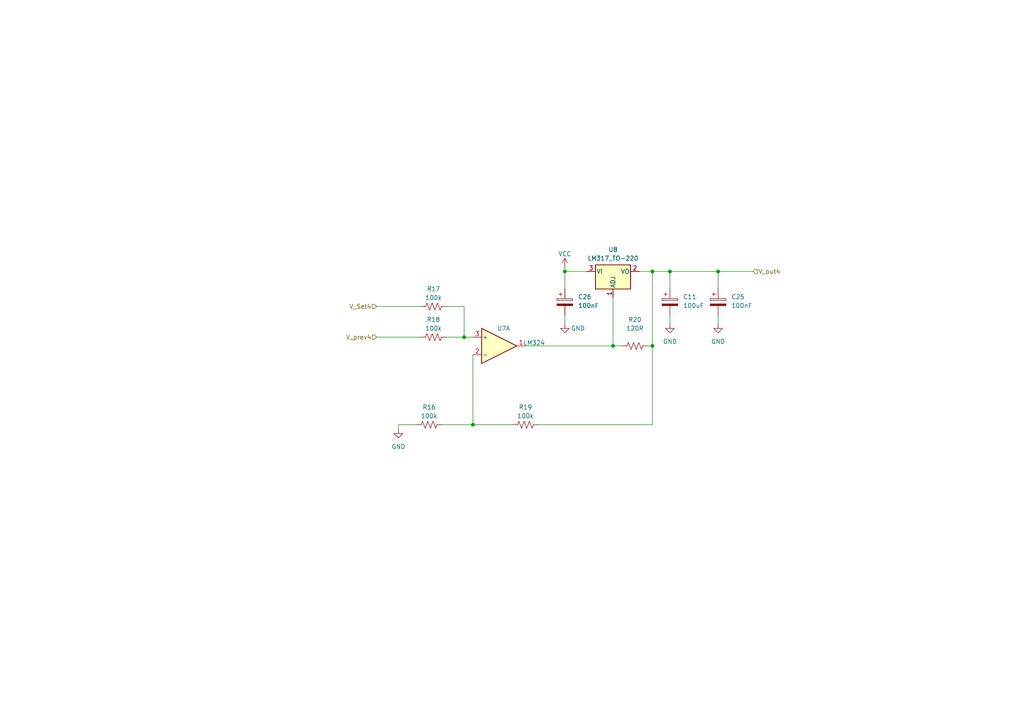
<source format=kicad_sch>
(kicad_sch (version 20231120) (generator "eeschema") (generator_version "8.0")
  (paper "A4")
  (title_block (company "Purdue ECET"))
  (lib_symbols
    (symbol "Amplifier_Operational:LM324" (pin_names (offset 0.127))
      (property "Reference" "U" (at 0 5.08 0))
      (property "Value" "LM324" (at 0 -5.08 0))
      (symbol "LM324_1_1"
        (polyline (pts (xy -5.08 5.08) (xy 5.08 0) (xy -5.08 -5.08) (xy -5.08 5.08)) (stroke (width 0.254)) (fill (type background)))
        (pin output line (at 7.62 0 180) (length 2.54) (name "~") (number "1"))
        (pin input line (at -7.62 -2.54 0) (length 2.54) (name "-") (number "2"))
        (pin input line (at -7.62 2.54 0) (length 2.54) (name "+") (number "3"))
      )
      (symbol "LM324_2_1"
        (polyline (pts (xy -5.08 5.08) (xy 5.08 0) (xy -5.08 -5.08) (xy -5.08 5.08)) (stroke (width 0.254)) (fill (type background)))
        (pin input line (at -7.62 2.54 0) (length 2.54) (name "+") (number "5"))
        (pin input line (at -7.62 -2.54 0) (length 2.54) (name "-") (number "6"))
        (pin output line (at 7.62 0 180) (length 2.54) (name "~") (number "7"))
      )
      (symbol "LM324_3_1"
        (polyline (pts (xy -5.08 5.08) (xy 5.08 0) (xy -5.08 -5.08) (xy -5.08 5.08)) (stroke (width 0.254)) (fill (type background)))
        (pin input line (at -7.62 2.54 0) (length 2.54) (name "+") (number "10"))
        (pin output line (at 7.62 0 180) (length 2.54) (name "~") (number "8"))
        (pin input line (at -7.62 -2.54 0) (length 2.54) (name "-") (number "9"))
      )
      (symbol "LM324_4_1"
        (polyline (pts (xy -5.08 5.08) (xy 5.08 0) (xy -5.08 -5.08) (xy -5.08 5.08)) (stroke (width 0.254)) (fill (type background)))
        (pin input line (at -7.62 2.54 0) (length 2.54) (name "+") (number "12"))
        (pin input line (at -7.62 -2.54 0) (length 2.54) (name "-") (number "13"))
        (pin output line (at 7.62 0 180) (length 2.54) (name "~") (number "14"))
      )
      (symbol "LM324_5_1"
        (pin power_in line (at -2.54 -7.62 90) (length 3.81) (name "V-") (number "11"))
        (pin power_in line (at -2.54 7.62 270) (length 3.81) (name "V+") (number "4"))
      )
    )
    (symbol "Device:C_Polarized" (pin_numbers hide) (pin_names (offset 0.254))
      (property "Reference" "C" (at 0.635 2.54 0))
      (property "Value" "C_Polarized" (at 0.635 -2.54 0))
      (symbol "C_Polarized_0_1"
        (rectangle (start -2.286 0.508) (end 2.286 1.016))
        (polyline (pts (xy -1.778 2.286) (xy -0.762 2.286)))
        (polyline (pts (xy -1.27 2.794) (xy -1.27 1.778)))
        (rectangle (start 2.286 -0.508) (end -2.286 -1.016) (fill (type outline)))
      )
      (symbol "C_Polarized_1_1"
        (pin passive line (at 0 3.81 270) (length 2.794) (name "~") (number "1"))
        (pin passive line (at 0 -3.81 90) (length 2.794) (name "~") (number "2"))
      )
    )
    (symbol "Device:R_US" (pin_numbers hide) (pin_names (offset 0))
      (property "Reference" "R" (at 2.54 0 90))
      (property "Value" "R_US" (at -2.54 0 90))
      (symbol "R_US_0_1"
        (polyline (pts (xy 0 -2.286) (xy 0 -2.54)))
        (polyline (pts (xy 0 2.286) (xy 0 2.54)))
        (polyline (pts (xy 0 -0.762) (xy 1.016 -1.143) (xy 0 -1.524) (xy -1.016 -1.905) (xy 0 -2.286)))
        (polyline (pts (xy 0 0.762) (xy 1.016 0.381) (xy 0 0) (xy -1.016 -0.381) (xy 0 -0.762)))
        (polyline (pts (xy 0 2.286) (xy 1.016 1.905) (xy 0 1.524) (xy -1.016 1.143) (xy 0 0.762)))
      )
      (symbol "R_US_1_1"
        (pin passive line (at 0 3.81 270) (length 1.27) (name "~") (number "1"))
        (pin passive line (at 0 -3.81 90) (length 1.27) (name "~") (number "2"))
      )
    )
    (symbol "Regulator_Linear:LM317_TO-220" (pin_names (offset 0.254))
      (property "Reference" "U" (at -3.81 3.175 0))
      (property "Value" "LM317_TO-220" (at 0 3.175 0))
      (symbol "LM317_TO-220_0_1"
        (rectangle (start -5.08 1.905) (end 5.08 -5.08) (stroke (width 0.254)) (fill (type background)))
      )
      (symbol "LM317_TO-220_1_1"
        (pin input line (at 0 -7.62 90) (length 2.54) (name "ADJ") (number "1"))
        (pin power_out line (at 7.62 0 180) (length 2.54) (name "VO") (number "2"))
        (pin power_in line (at -7.62 0 0) (length 2.54) (name "VI") (number "3"))
      )
    )
    (symbol "power:GND" (power) (pin_names (offset 0))
      (property "Value" "GND" (at 0 -3.81 0))
      (symbol "GND_0_1"
        (polyline (pts (xy 0 0) (xy 0 -1.27) (xy 1.27 -1.27) (xy 0 -2.54) (xy -1.27 -1.27) (xy 0 -1.27)))
      )
      (symbol "GND_1_1"
        (pin power_in line (at 0 0 270) (length 0) hide (name "GND") (number "1"))
      )
    )
    (symbol "power:VCC" (power) (pin_names (offset 0))
      (property "Value" "VCC" (at 0 3.81 0))
      (symbol "VCC_0_1"
        (polyline (pts (xy -0.762 1.27) (xy 0 2.54)))
        (polyline (pts (xy 0 0) (xy 0 2.54)))
        (polyline (pts (xy 0 2.54) (xy 0.762 1.27)))
      )
      (symbol "VCC_1_1"
        (pin power_in line (at 0 0 90) (length 0) hide (name "VCC") (number "1"))
      )
    )
  )
  (junction (at 137.16 123.19))
  (junction (at 208.28 78.74))
  (junction (at 189.23 78.74))
  (junction (at 177.8 100.33))
  (junction (at 134.62 97.79))
  (junction (at 194.31 78.74))
  (junction (at 163.83 78.74))
  (junction (at 189.23 100.33))
  (wire (pts (xy 128.27 123.19) (xy 137.16 123.19)))
  (wire (pts (xy 189.23 123.19) (xy 189.23 100.33)))
  (wire (pts (xy 137.16 123.19) (xy 148.59 123.19)))
  (wire (pts (xy 109.22 88.9) (xy 121.92 88.9)))
  (wire (pts (xy 163.83 78.74) (xy 163.83 77.47)))
  (wire (pts (xy 170.18 78.74) (xy 163.83 78.74)))
  (wire (pts (xy 163.83 91.44) (xy 163.83 93.98)))
  (wire (pts (xy 109.22 97.79) (xy 121.92 97.79)))
  (wire (pts (xy 194.31 91.44) (xy 194.31 93.98)))
  (wire (pts (xy 194.31 78.74) (xy 194.31 83.82)))
  (wire (pts (xy 129.54 88.9) (xy 134.62 88.9)))
  (wire (pts (xy 177.8 86.36) (xy 177.8 100.33)))
  (wire (pts (xy 180.34 100.33) (xy 177.8 100.33)))
  (wire (pts (xy 115.57 123.19) (xy 115.57 124.46)))
  (wire (pts (xy 163.83 78.74) (xy 163.83 83.82)))
  (wire (pts (xy 187.96 100.33) (xy 189.23 100.33)))
  (wire (pts (xy 185.42 78.74) (xy 189.23 78.74)))
  (wire (pts (xy 152.4 100.33) (xy 177.8 100.33)))
  (wire (pts (xy 208.28 78.74) (xy 218.44 78.74)))
  (wire (pts (xy 137.16 102.87) (xy 137.16 123.19)))
  (wire (pts (xy 189.23 78.74) (xy 194.31 78.74)))
  (wire (pts (xy 134.62 97.79) (xy 137.16 97.79)))
  (wire (pts (xy 156.21 123.19) (xy 189.23 123.19)))
  (wire (pts (xy 208.28 78.74) (xy 208.28 83.82)))
  (wire (pts (xy 194.31 78.74) (xy 208.28 78.74)))
  (wire (pts (xy 129.54 97.79) (xy 134.62 97.79)))
  (wire (pts (xy 189.23 78.74) (xy 189.23 100.33)))
  (wire (pts (xy 208.28 91.44) (xy 208.28 93.98)))
  (wire (pts (xy 120.65 123.19) (xy 115.57 123.19)))
  (wire (pts (xy 134.62 88.9) (xy 134.62 97.79)))
  (hierarchical_label "V_Set4" (shape input) (at 109.22 88.9 180))
  (hierarchical_label "V_prev4" (shape input) (at 109.22 97.79 180))
  (hierarchical_label "V_out4" (shape input) (at 218.44 78.74 0))
  (symbol (lib_id "Device:R_US") (at 124.46 123.19 90) (unit 1)
    (property "Reference" "R16" (at 124.46 118.11 90))
    (property "Value" "100k" (at 124.46 120.65 90))
    (property "Footprint" "Resistor_THT:R_Axial_DIN0207_L6.3mm_D2.5mm_P10.16mm_Horizontal" (effects (hide yes)))
  )
  (symbol (lib_id "Device:R_US") (at 125.73 88.9 90) (unit 1)
    (property "Reference" "R17" (at 125.73 83.82 90))
    (property "Value" "100k" (at 125.73 86.36 90))
    (property "Footprint" "Resistor_THT:R_Axial_DIN0207_L6.3mm_D2.5mm_P10.16mm_Horizontal" (effects (hide yes)))
  )
  (symbol (lib_id "Device:C_Polarized") (at 163.83 87.63 0) (unit 1)
    (property "Reference" "C26" (at 167.64 86.106 0) (effects (justify left)))
    (property "Value" "100nF" (at 167.64 88.646 0) (effects (justify left)))
    (property "Footprint" "Capacitor_THT:C_Disc_D3.4mm_W2.1mm_P2.50mm" (effects (hide yes)))
  )
  (symbol (lib_id "Regulator_Linear:LM317_TO-220") (at 177.8 78.74 0) (unit 1)
    (property "Reference" "U8" (at 177.8 72.39 0))
    (property "Value" "LM317_TO-220" (at 177.8 74.93 0))
    (property "Footprint" "Package_TO_SOT_THT:TO-220-3_Vertical" (effects (hide yes)))
    (property "Datasheet" "http://www.ti.com/lit/ds/symlink/lm317.pdf" (effects (hide yes)))
  )
  (symbol (lib_id "Device:R_US") (at 152.4 123.19 90) (unit 1)
    (property "Reference" "R19" (at 152.4 118.11 90))
    (property "Value" "100k" (at 152.4 120.65 90))
    (property "Footprint" "Resistor_THT:R_Axial_DIN0207_L6.3mm_D2.5mm_P10.16mm_Horizontal" (effects (hide yes)))
  )
  (symbol (lib_id "power:GND") (at 115.57 124.46 0) (unit 1)
    (property "Reference" "#PWR016" (effects (hide yes)))
    (property "Value" "GND" (at 115.57 129.54 0))
  )
  (symbol (lib_id "power:GND") (at 208.28 93.98 0) (unit 1)
    (property "Reference" "#PWR052" (effects (hide yes)))
    (property "Value" "GND" (at 208.28 99.06 0))
  )
  (symbol (lib_id "power:GND") (at 194.31 93.98 0) (unit 1)
    (property "Reference" "#PWR029" (effects (hide yes)))
    (property "Value" "GND" (at 194.31 99.06 0))
  )
  (symbol (lib_id "Device:R_US") (at 125.73 97.79 90) (unit 1)
    (property "Reference" "R18" (at 125.73 92.71 90))
    (property "Value" "100k" (at 125.73 95.25 90))
    (property "Footprint" "Resistor_THT:R_Axial_DIN0207_L6.3mm_D2.5mm_P10.16mm_Horizontal" (effects (hide yes)))
  )
  (symbol (lib_id "Device:C_Polarized") (at 208.28 87.63 0) (unit 1)
    (property "Reference" "C25" (at 212.09 86.106 0) (effects (justify left)))
    (property "Value" "100nF" (at 212.09 88.646 0) (effects (justify left)))
    (property "Footprint" "Capacitor_THT:C_Disc_D3.4mm_W2.1mm_P2.50mm" (effects (hide yes)))
  )
  (symbol (lib_id "power:GND") (at 163.83 93.98 0) (unit 1)
    (property "Reference" "#PWR053" (effects (hide yes)))
    (property "Value" "GND" (at 167.64 95.25 0))
  )
  (symbol (lib_id "Amplifier_Operational:LM324") (at 144.78 100.33 0) (unit 1)
    (property "Reference" "U7" (at 146.05 95.25 0))
    (property "Value" "LM324" (at 154.94 99.4411 0))
    (property "Footprint" "Package_DIP:DIP-8_W7.62mm_LongPads" (effects (hide yes)))
    (property "Datasheet" "http://www.ti.com/lit/ds/symlink/lm2902-n.pdf" (effects (hide yes)))
    (property "Description" "Low-Power, Quad-Operational Amplifiers, DIP-14/SOIC-14/SSOP-14" (effects (hide yes)))
  )
  (symbol (lib_id "Device:C_Polarized") (at 194.31 87.63 0) (unit 1)
    (property "Reference" "C11" (at 198.12 86.106 0) (effects (justify left)))
    (property "Value" "100uF" (at 198.12 88.646 0) (effects (justify left)))
    (property "Footprint" "Capacitor_THT:CP_Radial_D7.5mm_P2.50mm" (effects (hide yes)))
  )
  (symbol (lib_id "power:VCC") (at 163.83 77.47 0) (unit 1)
    (property "Reference" "#PWR020" (effects (hide yes)))
    (property "Value" "VCC" (at 163.83 73.66 0))
  )
  (symbol (lib_id "Device:R_US") (at 184.15 100.33 270) (unit 1)
    (property "Reference" "R20" (at 184.15 92.71 90))
    (property "Value" "120R" (at 184.15 95.25 90))
    (property "Footprint" "Resistor_THT:R_Axial_DIN0207_L6.3mm_D2.5mm_P10.16mm_Horizontal" (effects (hide yes)))
  )
)
</source>
